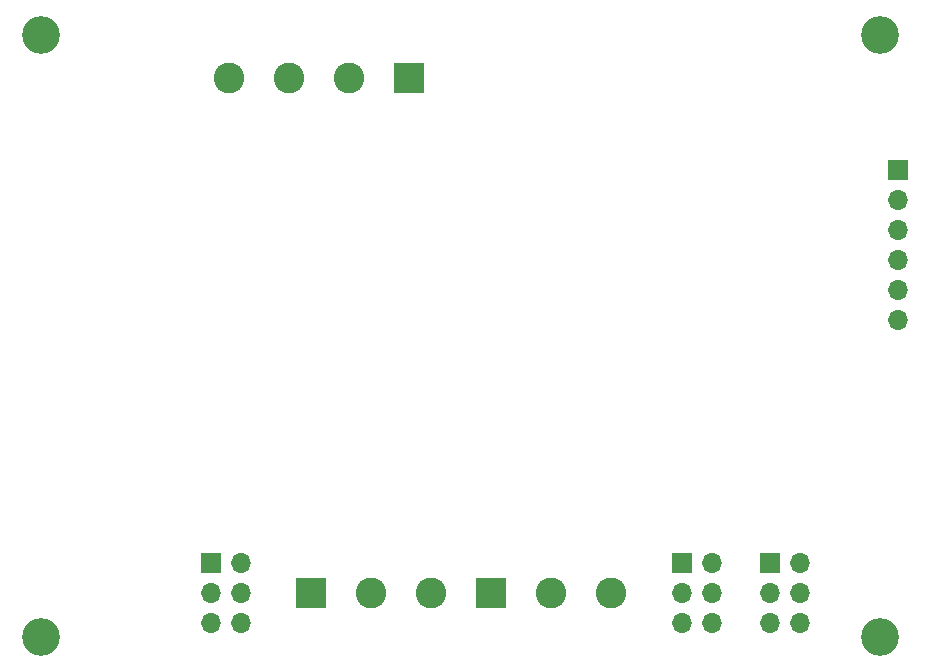
<source format=gbr>
%TF.GenerationSoftware,KiCad,Pcbnew,7.0.11*%
%TF.CreationDate,2024-04-15T21:46:17+02:00*%
%TF.ProjectId,OS-servoDriver_relay,4f532d73-6572-4766-9f44-72697665725f,rev?*%
%TF.SameCoordinates,Original*%
%TF.FileFunction,Soldermask,Bot*%
%TF.FilePolarity,Negative*%
%FSLAX46Y46*%
G04 Gerber Fmt 4.6, Leading zero omitted, Abs format (unit mm)*
G04 Created by KiCad (PCBNEW 7.0.11) date 2024-04-15 21:46:17*
%MOMM*%
%LPD*%
G01*
G04 APERTURE LIST*
%ADD10C,3.200000*%
%ADD11R,2.600000X2.600000*%
%ADD12C,2.600000*%
%ADD13R,1.700000X1.700000*%
%ADD14O,1.700000X1.700000*%
G04 APERTURE END LIST*
D10*
%TO.C,REF\u002A\u002A*%
X245500000Y-106000000D03*
%TD*%
D11*
%TO.C,J103*%
X197358000Y-153289000D03*
D12*
X202438000Y-153289000D03*
X207518000Y-153289000D03*
%TD*%
D13*
%TO.C,J901*%
X236220000Y-150749000D03*
D14*
X238760000Y-150749000D03*
X236220000Y-153289000D03*
X238760000Y-153289000D03*
X236220000Y-155829000D03*
X238760000Y-155829000D03*
%TD*%
D13*
%TO.C,J701*%
X188849000Y-150749000D03*
D14*
X191389000Y-150749000D03*
X188849000Y-153289000D03*
X191389000Y-153289000D03*
X188849000Y-155829000D03*
X191389000Y-155829000D03*
%TD*%
D10*
%TO.C,REF\u002A\u002A*%
X174500000Y-157000000D03*
%TD*%
D13*
%TO.C,J201*%
X247015000Y-117475000D03*
D14*
X247015000Y-120015000D03*
X247015000Y-122555000D03*
X247015000Y-125095000D03*
X247015000Y-127635000D03*
X247015000Y-130175000D03*
%TD*%
D13*
%TO.C,J801*%
X228727000Y-150749000D03*
D14*
X231267000Y-150749000D03*
X228727000Y-153289000D03*
X231267000Y-153289000D03*
X228727000Y-155829000D03*
X231267000Y-155829000D03*
%TD*%
D11*
%TO.C,J101*%
X205620000Y-109695000D03*
D12*
X200540000Y-109695000D03*
X195460000Y-109695000D03*
X190380000Y-109695000D03*
%TD*%
D10*
%TO.C,REF\u002A\u002A*%
X245500000Y-157000000D03*
%TD*%
D11*
%TO.C,J104*%
X212598000Y-153289000D03*
D12*
X217678000Y-153289000D03*
X222758000Y-153289000D03*
%TD*%
D10*
%TO.C,REF\u002A\u002A*%
X174500000Y-106000000D03*
%TD*%
M02*

</source>
